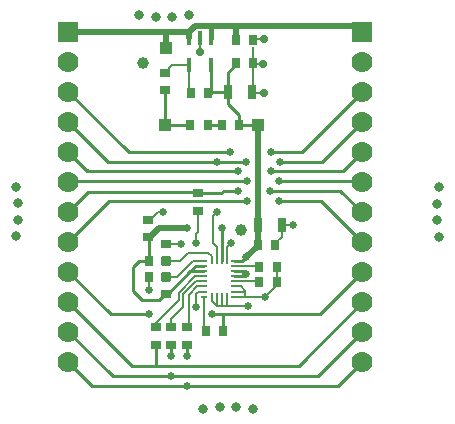
<source format=gtl>
G04*
G04 #@! TF.GenerationSoftware,Altium Limited,Altium Designer,18.1.9 (240)*
G04*
G04 Layer_Physical_Order=1*
G04 Layer_Color=255*
%FSLAX24Y24*%
%MOIN*%
G70*
G01*
G75*
%ADD10C,0.0070*%
%ADD14C,0.0100*%
%ADD20R,0.0270X0.0350*%
%ADD21R,0.0350X0.0270*%
%ADD22R,0.0177X0.0472*%
%ADD23R,0.0315X0.0500*%
%ADD34C,0.0320*%
%ADD36R,0.0108X0.0236*%
%ADD37R,0.0236X0.0108*%
%ADD38R,0.0400X0.0400*%
%ADD39C,0.0394*%
%ADD40C,0.0200*%
%ADD41C,0.0150*%
%ADD42R,0.0700X0.0700*%
%ADD43C,0.0700*%
%ADD44C,0.0260*%
%ADD45C,0.0280*%
D10*
X8808Y6059D02*
X9190D01*
X8808Y5678D02*
Y6059D01*
X8580Y5450D02*
X8808Y5678D01*
X8580Y5410D02*
Y5450D01*
X4965Y5445D02*
X5455D01*
X4670Y6510D02*
X4840D01*
X4400Y6240D02*
X4670Y6510D01*
X4360Y6240D02*
X4400D01*
X6980Y3360D02*
X7670D01*
X6974Y3354D02*
X6980Y3360D01*
X6210Y2600D02*
X6270Y2540D01*
X6210Y2600D02*
Y3677D01*
X5950Y5470D02*
Y5760D01*
X6030Y5840D01*
Y6540D01*
X6635Y4851D02*
Y5335D01*
X6514Y5456D02*
X6635Y5335D01*
X6514Y5456D02*
Y6374D01*
X6635Y6495D01*
X6974Y5333D02*
X7101Y5460D01*
X6974Y4851D02*
Y5333D01*
X4380Y3910D02*
Y4345D01*
X6804Y3354D02*
X6974D01*
X6800Y3350D02*
X6804Y3354D01*
X6635Y3350D02*
X6800D01*
X7860Y11448D02*
Y11992D01*
X6076Y11830D02*
Y12290D01*
X7580Y3697D02*
Y3847D01*
Y3697D02*
X7600Y3677D01*
X7860Y10533D02*
Y11448D01*
X8191D01*
X7858D02*
X7860D01*
X7230Y3847D02*
X7580D01*
Y3880D01*
X7600Y3677D02*
X8237D01*
X7230D02*
X7600D01*
X8640Y4150D02*
Y4660D01*
Y4080D02*
Y4150D01*
X8237Y3677D02*
X8640Y4080D01*
X7444Y4016D02*
X7580Y3880D01*
X7230Y4016D02*
X7444D01*
X6635Y3350D02*
Y3689D01*
X6805Y3355D02*
Y3689D01*
X6974Y3354D02*
Y3689D01*
X6466Y3519D02*
X6635Y3350D01*
X6466Y3519D02*
Y3689D01*
X4960Y4860D02*
X4969Y4851D01*
X5400D01*
X5689Y5140D01*
X6350D01*
X6466Y5024D01*
Y4851D02*
Y5024D01*
X5853Y4863D02*
X6210D01*
X5330Y4340D02*
X5853Y4863D01*
X4965Y4340D02*
X5330D01*
X5130Y2650D02*
Y2930D01*
X5530Y3330D01*
Y3760D01*
X4620Y2650D02*
Y2800D01*
X5370Y3550D01*
Y3810D01*
X5915Y4355D01*
X6210D01*
X5955Y4185D02*
X6210D01*
X5530Y3760D02*
X5955Y4185D01*
X5700Y3730D02*
X5986Y4016D01*
X5700Y2710D02*
Y3730D01*
X5640Y2650D02*
X5700Y2710D01*
X5986Y4016D02*
X6210D01*
X5950Y3330D02*
Y3780D01*
X6017Y3847D01*
X6210D01*
X7230Y4693D02*
X8027D01*
X8060Y4660D01*
X8025Y4185D02*
X8060Y4150D01*
X7230Y4185D02*
X8025D01*
X7835Y10474D02*
X8201D01*
X5154Y11384D02*
X5702D01*
X4900Y11131D02*
X5154Y11384D01*
X5702Y11131D02*
Y11384D01*
Y10540D02*
Y11131D01*
X7872Y12258D02*
X8221D01*
D14*
X8730Y6870D02*
X10100D01*
X11480Y5490D01*
X8430Y7210D02*
X10760D01*
X11480Y6490D01*
X6020Y7120D02*
X6030Y7110D01*
X6870Y7210D02*
X7340D01*
X6780Y7120D02*
X6870Y7210D01*
X6030Y7120D02*
X6780D01*
X5970Y7170D02*
X6020Y7120D01*
X6030D01*
X2360Y7170D02*
X5970D01*
X1690Y6500D02*
X2360Y7170D01*
X8730Y7520D02*
X11450D01*
X11480Y7490D01*
X6635Y8170D02*
X7630D01*
X1710Y7520D02*
X7640D01*
X1690Y7500D02*
X1710Y7520D01*
X2370Y7860D02*
X7350D01*
X2350Y7880D02*
X2370Y7860D01*
X8440Y7870D02*
X10840D01*
X10850Y7880D01*
X10860Y7870D01*
X8460Y8490D02*
X9480D01*
X6850Y3100D02*
X10090D01*
X6490D02*
X6850D01*
Y2540D02*
Y3100D01*
X4620Y1380D02*
X9370D01*
X3810D02*
X4620D01*
Y2070D01*
X5640Y700D02*
X10690D01*
X11480Y1490D01*
X2490Y700D02*
X5640D01*
X1690Y1500D02*
X2490Y700D01*
X1690Y2500D02*
X3170Y1020D01*
X5100D01*
X10010D01*
X11480Y2490D01*
X9370Y1380D02*
X11480Y3490D01*
X1690Y4500D02*
X3100Y3090D01*
X4390D01*
X1690Y3500D02*
X3810Y1380D01*
X5110Y1690D02*
Y2050D01*
X5130Y2070D01*
X5640Y1690D02*
Y2070D01*
X6454Y10470D02*
Y11383D01*
X4360Y5660D02*
X4415D01*
X6805Y4851D02*
Y5955D01*
X4360Y5660D02*
X4380Y5640D01*
Y4860D02*
Y5640D01*
X2340Y7890D02*
X2350Y7880D01*
X3060Y6870D02*
X7650D01*
X8740Y8170D02*
X10160D01*
X11480Y9490D01*
X2320Y7870D02*
X2340Y7890D01*
X1690Y5500D02*
X3060Y6870D01*
X3860Y3850D02*
Y4670D01*
X4050Y4860D01*
X4380D01*
X3860Y3850D02*
X4150Y3560D01*
X4720D01*
X4920Y3760D01*
X4965D01*
X10090Y3100D02*
X11480Y4490D01*
X5764Y4524D02*
X5933Y4693D01*
X6210D01*
X4965Y3760D02*
X5000D01*
X5764Y4524D01*
X6210D01*
X9480Y8490D02*
X11480Y10490D01*
X10860Y7870D02*
X11480Y8490D01*
X3705Y8485D02*
X7080D01*
X1690Y10500D02*
X3705Y8485D01*
X3020Y8170D02*
X6635D01*
X1690Y9500D02*
X3020Y8170D01*
X1690Y8500D02*
X2320Y7870D01*
X7230Y4863D02*
X7493D01*
X7620Y4990D01*
X7535Y4355D02*
X7620Y4440D01*
X7230Y4355D02*
X7535D01*
X7536Y4524D02*
X7620Y4440D01*
X7230Y4524D02*
X7536D01*
X7380Y9410D02*
X7380Y9410D01*
X8000D01*
X7031Y10089D02*
Y10491D01*
Y10089D02*
X7380Y9740D01*
Y9410D02*
Y9740D01*
X7270Y11410D02*
Y11456D01*
X7031Y11171D02*
X7270Y11410D01*
X7031Y10491D02*
Y11171D01*
X6350Y10472D02*
X6452D01*
X6454Y10470D01*
X6475Y10491D01*
X7031D01*
X4900Y9410D02*
X5760D01*
X6340D02*
X6800D01*
X4900D02*
X4900Y9410D01*
Y9626D02*
Y10551D01*
D20*
X4380Y4860D02*
D03*
X4960D02*
D03*
X4960Y4345D02*
D03*
X4380D02*
D03*
X6340Y9410D02*
D03*
X5760D02*
D03*
X5770Y10472D02*
D03*
X6350Y10472D02*
D03*
X7280Y12246D02*
D03*
X7860Y12246D02*
D03*
X7270Y11456D02*
D03*
X7850Y11456D02*
D03*
X6800Y9410D02*
D03*
X7380Y9410D02*
D03*
X8000Y5410D02*
D03*
X8580Y5410D02*
D03*
X8060Y4150D02*
D03*
X8640Y4150D02*
D03*
X8060Y4660D02*
D03*
X8640D02*
D03*
X6850Y2540D02*
D03*
X6270D02*
D03*
D21*
X4965Y4865D02*
D03*
Y5445D02*
D03*
X4965Y3760D02*
D03*
X4965Y4340D02*
D03*
X4900Y11131D02*
D03*
X4900Y10551D02*
D03*
X4360Y5660D02*
D03*
X4360Y6240D02*
D03*
X5640Y2070D02*
D03*
X5640Y2650D02*
D03*
X6030Y7120D02*
D03*
X6030Y6540D02*
D03*
X5130Y2070D02*
D03*
X5130Y2650D02*
D03*
X4620Y2070D02*
D03*
X4620Y2650D02*
D03*
D22*
X6454Y11383D02*
D03*
X5706Y12289D02*
D03*
X6454D02*
D03*
X6080D02*
D03*
X5706Y11383D02*
D03*
D23*
X7818Y10491D02*
D03*
X7031D02*
D03*
X8808Y6059D02*
D03*
X8020Y6059D02*
D03*
D34*
X14052Y7325D02*
D03*
X13987Y6775D02*
D03*
Y6225D02*
D03*
X14052Y5675D02*
D03*
X-63Y5685D02*
D03*
X3Y6235D02*
D03*
Y6785D02*
D03*
X-63Y7335D02*
D03*
X7835Y-72D02*
D03*
X7285Y-8D02*
D03*
X6735D02*
D03*
X6185Y-72D02*
D03*
X4055Y13062D02*
D03*
X4605Y12997D02*
D03*
X5155D02*
D03*
X5705Y13062D02*
D03*
D36*
X6974Y4851D02*
D03*
X6974Y3689D02*
D03*
X6805Y4851D02*
D03*
X6635D02*
D03*
X6466D02*
D03*
X6805Y3689D02*
D03*
X6635D02*
D03*
X6466D02*
D03*
D37*
X7230Y4863D02*
D03*
Y4693D02*
D03*
Y4524D02*
D03*
Y4355D02*
D03*
Y4185D02*
D03*
Y4016D02*
D03*
Y3847D02*
D03*
X6210Y4863D02*
D03*
Y4693D02*
D03*
Y4524D02*
D03*
Y4355D02*
D03*
Y4185D02*
D03*
Y4016D02*
D03*
Y3847D02*
D03*
X7230Y3677D02*
D03*
X6210Y3677D02*
D03*
D38*
X8000Y9410D02*
D03*
X4900D02*
D03*
X4950Y11950D02*
D03*
D39*
X7450Y5910D02*
D03*
X4170Y11460D02*
D03*
D40*
X7620Y4990D02*
X8000Y5370D01*
Y5410D02*
Y9410D01*
Y5370D02*
Y5410D01*
X4725Y5970D02*
X5660D01*
X4415Y5660D02*
X4725Y5970D01*
X1690Y12500D02*
X5722D01*
X4950Y11950D02*
Y12490D01*
X5706Y12484D02*
X5722Y12500D01*
X5706Y12289D02*
Y12484D01*
X5722Y12500D02*
X5922Y12700D01*
X6460D02*
X7300D01*
X7280Y12680D02*
X7300Y12700D01*
X7280Y12246D02*
Y12680D01*
X7300Y12700D02*
X11270D01*
X5922D02*
X6460D01*
X6454Y12694D02*
X6460Y12700D01*
X11270D02*
X11480Y12490D01*
D41*
X6454Y12289D02*
Y12694D01*
D42*
X11480Y12490D02*
D03*
X1690Y12500D02*
D03*
D43*
X11480Y11490D02*
D03*
Y10490D02*
D03*
Y9490D02*
D03*
Y8490D02*
D03*
Y7490D02*
D03*
Y6490D02*
D03*
Y5490D02*
D03*
Y4490D02*
D03*
Y3490D02*
D03*
Y2490D02*
D03*
Y1490D02*
D03*
X1690Y11500D02*
D03*
Y10500D02*
D03*
Y9500D02*
D03*
Y8500D02*
D03*
Y7500D02*
D03*
Y6500D02*
D03*
Y5500D02*
D03*
Y4500D02*
D03*
Y3500D02*
D03*
Y2500D02*
D03*
Y1500D02*
D03*
D44*
X8730Y6870D02*
D03*
X8430Y7210D02*
D03*
X7650Y6870D02*
D03*
X7340Y7210D02*
D03*
X8730Y7520D02*
D03*
X7630Y8170D02*
D03*
X7640Y7520D02*
D03*
X7350Y7860D02*
D03*
X8440Y7870D02*
D03*
X8740Y8170D02*
D03*
X8460Y8490D02*
D03*
X9190Y6059D02*
D03*
X5640Y700D02*
D03*
X5100Y1020D02*
D03*
X6480Y3090D02*
D03*
X4390D02*
D03*
X5110Y1690D02*
D03*
X5640D02*
D03*
X5455Y5445D02*
D03*
X4840Y6510D02*
D03*
X7670Y3360D02*
D03*
X5660Y5970D02*
D03*
X6805Y5955D02*
D03*
X7101Y5460D02*
D03*
X6635Y6495D02*
D03*
X5950Y5470D02*
D03*
X4380Y3910D02*
D03*
X8237Y3677D02*
D03*
X5950Y3330D02*
D03*
X7080Y8485D02*
D03*
X6635Y8170D02*
D03*
X7620Y4990D02*
D03*
Y4440D02*
D03*
D45*
X8221Y12258D02*
D03*
X8201Y10474D02*
D03*
X8191Y11448D02*
D03*
X4900Y9410D02*
D03*
X8000Y9410D02*
D03*
X6076Y11830D02*
D03*
M02*

</source>
